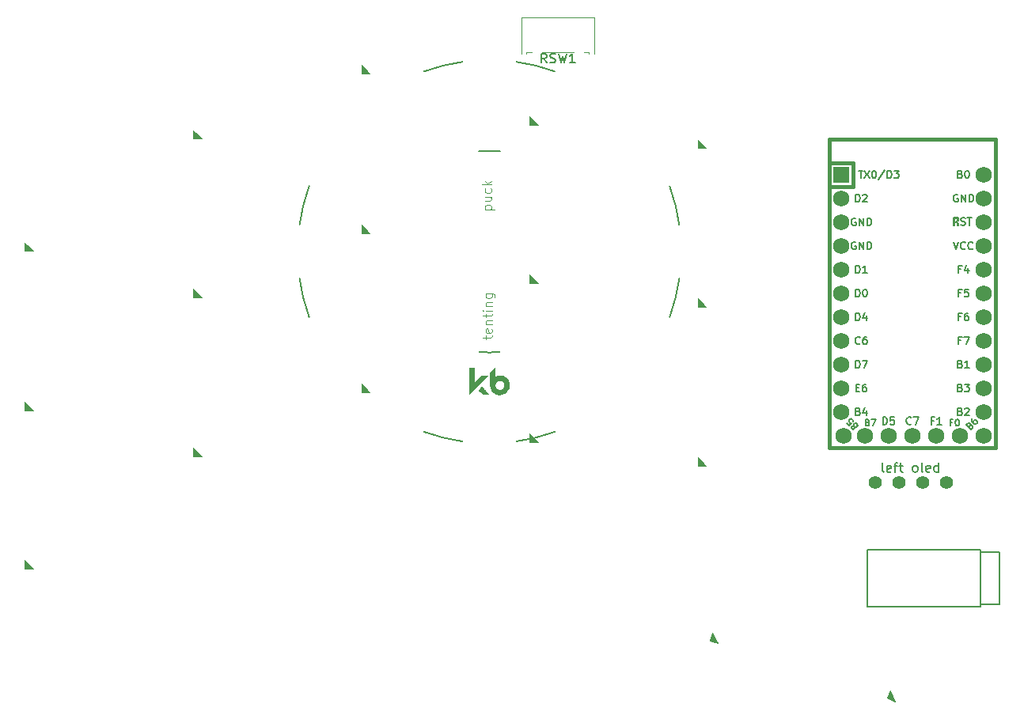
<source format=gbr>
%TF.GenerationSoftware,KiCad,Pcbnew,(6.0.0)*%
%TF.CreationDate,2022-05-06T00:59:20-07:00*%
%TF.ProjectId,half-swept,68616c66-2d73-4776-9570-742e6b696361,rev?*%
%TF.SameCoordinates,Original*%
%TF.FileFunction,Legend,Top*%
%TF.FilePolarity,Positive*%
%FSLAX46Y46*%
G04 Gerber Fmt 4.6, Leading zero omitted, Abs format (unit mm)*
G04 Created by KiCad (PCBNEW (6.0.0)) date 2022-05-06 00:59:20*
%MOMM*%
%LPD*%
G01*
G04 APERTURE LIST*
%ADD10C,0.150000*%
%ADD11C,0.100000*%
%ADD12C,0.120000*%
%ADD13C,0.010000*%
%ADD14C,0.200000*%
%ADD15C,0.381000*%
%ADD16C,1.752600*%
%ADD17R,1.752600X1.752600*%
%ADD18C,1.397000*%
G04 APERTURE END LIST*
D10*
%TO.C,RSW1*%
X73930369Y-17774270D02*
X73597035Y-17298080D01*
X73358940Y-17774270D02*
X73358940Y-16774270D01*
X73739893Y-16774270D01*
X73835131Y-16821890D01*
X73882750Y-16869509D01*
X73930369Y-16964747D01*
X73930369Y-17107604D01*
X73882750Y-17202842D01*
X73835131Y-17250461D01*
X73739893Y-17298080D01*
X73358940Y-17298080D01*
X74311321Y-17726651D02*
X74454178Y-17774270D01*
X74692274Y-17774270D01*
X74787512Y-17726651D01*
X74835131Y-17679032D01*
X74882750Y-17583794D01*
X74882750Y-17488556D01*
X74835131Y-17393318D01*
X74787512Y-17345699D01*
X74692274Y-17298080D01*
X74501797Y-17250461D01*
X74406559Y-17202842D01*
X74358940Y-17155223D01*
X74311321Y-17059985D01*
X74311321Y-16964747D01*
X74358940Y-16869509D01*
X74406559Y-16821890D01*
X74501797Y-16774270D01*
X74739893Y-16774270D01*
X74882750Y-16821890D01*
X75216083Y-16774270D02*
X75454178Y-17774270D01*
X75644655Y-17059985D01*
X75835131Y-17774270D01*
X76073226Y-16774270D01*
X76977988Y-17774270D02*
X76406559Y-17774270D01*
X76692274Y-17774270D02*
X76692274Y-16774270D01*
X76597035Y-16917128D01*
X76501797Y-17012366D01*
X76406559Y-17059985D01*
D11*
%TO.C,REF\u002A\u002A*%
X67351370Y-33446888D02*
X68351370Y-33446888D01*
X67398989Y-33446888D02*
X67351370Y-33351649D01*
X67351370Y-33161173D01*
X67398989Y-33065935D01*
X67446608Y-33018316D01*
X67541846Y-32970697D01*
X67827560Y-32970697D01*
X67922798Y-33018316D01*
X67970417Y-33065935D01*
X68018036Y-33161173D01*
X68018036Y-33351649D01*
X67970417Y-33446888D01*
X67351370Y-32113554D02*
X68018036Y-32113554D01*
X67351370Y-32542126D02*
X67875179Y-32542126D01*
X67970417Y-32494507D01*
X68018036Y-32399268D01*
X68018036Y-32256411D01*
X67970417Y-32161173D01*
X67922798Y-32113554D01*
X67970417Y-31208792D02*
X68018036Y-31304030D01*
X68018036Y-31494507D01*
X67970417Y-31589745D01*
X67922798Y-31637364D01*
X67827560Y-31684983D01*
X67541846Y-31684983D01*
X67446608Y-31637364D01*
X67398989Y-31589745D01*
X67351370Y-31494507D01*
X67351370Y-31304030D01*
X67398989Y-31208792D01*
X68018036Y-30780221D02*
X67018036Y-30780221D01*
X67637084Y-30684983D02*
X68018036Y-30399268D01*
X67351370Y-30399268D02*
X67732322Y-30780221D01*
X67414870Y-47337388D02*
X67414870Y-46956435D01*
X67081536Y-47194530D02*
X67938679Y-47194530D01*
X68033917Y-47146911D01*
X68081536Y-47051673D01*
X68081536Y-46956435D01*
X68033917Y-46242149D02*
X68081536Y-46337388D01*
X68081536Y-46527864D01*
X68033917Y-46623102D01*
X67938679Y-46670721D01*
X67557727Y-46670721D01*
X67462489Y-46623102D01*
X67414870Y-46527864D01*
X67414870Y-46337388D01*
X67462489Y-46242149D01*
X67557727Y-46194530D01*
X67652965Y-46194530D01*
X67748203Y-46670721D01*
X67414870Y-45765959D02*
X68081536Y-45765959D01*
X67510108Y-45765959D02*
X67462489Y-45718340D01*
X67414870Y-45623102D01*
X67414870Y-45480245D01*
X67462489Y-45385007D01*
X67557727Y-45337388D01*
X68081536Y-45337388D01*
X67414870Y-45004054D02*
X67414870Y-44623102D01*
X67081536Y-44861197D02*
X67938679Y-44861197D01*
X68033917Y-44813578D01*
X68081536Y-44718340D01*
X68081536Y-44623102D01*
X68081536Y-44289768D02*
X67414870Y-44289768D01*
X67081536Y-44289768D02*
X67129156Y-44337388D01*
X67176775Y-44289768D01*
X67129156Y-44242149D01*
X67081536Y-44289768D01*
X67176775Y-44289768D01*
X67414870Y-43813578D02*
X68081536Y-43813578D01*
X67510108Y-43813578D02*
X67462489Y-43765959D01*
X67414870Y-43670721D01*
X67414870Y-43527864D01*
X67462489Y-43432626D01*
X67557727Y-43385007D01*
X68081536Y-43385007D01*
X67414870Y-42480245D02*
X68224394Y-42480245D01*
X68319632Y-42527864D01*
X68367251Y-42575483D01*
X68414870Y-42670721D01*
X68414870Y-42813578D01*
X68367251Y-42908816D01*
X68033917Y-42480245D02*
X68081536Y-42575483D01*
X68081536Y-42765959D01*
X68033917Y-42861197D01*
X67986298Y-42908816D01*
X67891060Y-42956435D01*
X67605346Y-42956435D01*
X67510108Y-42908816D01*
X67462489Y-42861197D01*
X67414870Y-42765959D01*
X67414870Y-42575483D01*
X67462489Y-42480245D01*
D10*
%TO.C,U2*%
X117921131Y-31886138D02*
X117844940Y-31848042D01*
X117730655Y-31848042D01*
X117616369Y-31886138D01*
X117540178Y-31962328D01*
X117502083Y-32038518D01*
X117463988Y-32190899D01*
X117463988Y-32305185D01*
X117502083Y-32457566D01*
X117540178Y-32533757D01*
X117616369Y-32609947D01*
X117730655Y-32648042D01*
X117806845Y-32648042D01*
X117921131Y-32609947D01*
X117959226Y-32571852D01*
X117959226Y-32305185D01*
X117806845Y-32305185D01*
X118302083Y-32648042D02*
X118302083Y-31848042D01*
X118759226Y-32648042D01*
X118759226Y-31848042D01*
X119140178Y-32648042D02*
X119140178Y-31848042D01*
X119330655Y-31848042D01*
X119444940Y-31886138D01*
X119521131Y-31962328D01*
X119559226Y-32038518D01*
X119597321Y-32190899D01*
X119597321Y-32305185D01*
X119559226Y-32457566D01*
X119521131Y-32533757D01*
X119444940Y-32609947D01*
X119330655Y-32648042D01*
X119140178Y-32648042D01*
X118263988Y-44928995D02*
X117997321Y-44928995D01*
X117997321Y-45348042D02*
X117997321Y-44548042D01*
X118378274Y-44548042D01*
X119025893Y-44548042D02*
X118873512Y-44548042D01*
X118797321Y-44586138D01*
X118759226Y-44624233D01*
X118683035Y-44738518D01*
X118644940Y-44890899D01*
X118644940Y-45195661D01*
X118683035Y-45271852D01*
X118721131Y-45309947D01*
X118797321Y-45348042D01*
X118949702Y-45348042D01*
X119025893Y-45309947D01*
X119063988Y-45271852D01*
X119102083Y-45195661D01*
X119102083Y-45005185D01*
X119063988Y-44928995D01*
X119025893Y-44890899D01*
X118949702Y-44852804D01*
X118797321Y-44852804D01*
X118721131Y-44890899D01*
X118683035Y-44928995D01*
X118644940Y-45005185D01*
X118206845Y-50008995D02*
X118321131Y-50047090D01*
X118359226Y-50085185D01*
X118397321Y-50161376D01*
X118397321Y-50275661D01*
X118359226Y-50351852D01*
X118321131Y-50389947D01*
X118244940Y-50428042D01*
X117940178Y-50428042D01*
X117940178Y-49628042D01*
X118206845Y-49628042D01*
X118283035Y-49666138D01*
X118321131Y-49704233D01*
X118359226Y-49780423D01*
X118359226Y-49856614D01*
X118321131Y-49932804D01*
X118283035Y-49970899D01*
X118206845Y-50008995D01*
X117940178Y-50008995D01*
X119159226Y-50428042D02*
X118702083Y-50428042D01*
X118930655Y-50428042D02*
X118930655Y-49628042D01*
X118854464Y-49742328D01*
X118778274Y-49818518D01*
X118702083Y-49856614D01*
X117463988Y-36928042D02*
X117730655Y-37728042D01*
X117997321Y-36928042D01*
X118721131Y-37651852D02*
X118683035Y-37689947D01*
X118568750Y-37728042D01*
X118492559Y-37728042D01*
X118378274Y-37689947D01*
X118302083Y-37613757D01*
X118263988Y-37537566D01*
X118225893Y-37385185D01*
X118225893Y-37270899D01*
X118263988Y-37118518D01*
X118302083Y-37042328D01*
X118378274Y-36966138D01*
X118492559Y-36928042D01*
X118568750Y-36928042D01*
X118683035Y-36966138D01*
X118721131Y-37004233D01*
X119521131Y-37651852D02*
X119483035Y-37689947D01*
X119368750Y-37728042D01*
X119292559Y-37728042D01*
X119178274Y-37689947D01*
X119102083Y-37613757D01*
X119063988Y-37537566D01*
X119025893Y-37385185D01*
X119025893Y-37270899D01*
X119063988Y-37118518D01*
X119102083Y-37042328D01*
X119178274Y-36966138D01*
X119292559Y-36928042D01*
X119368750Y-36928042D01*
X119483035Y-36966138D01*
X119521131Y-37004233D01*
X107284845Y-55088995D02*
X107399131Y-55127090D01*
X107437226Y-55165185D01*
X107475321Y-55241376D01*
X107475321Y-55355661D01*
X107437226Y-55431852D01*
X107399131Y-55469947D01*
X107322940Y-55508042D01*
X107018178Y-55508042D01*
X107018178Y-54708042D01*
X107284845Y-54708042D01*
X107361035Y-54746138D01*
X107399131Y-54784233D01*
X107437226Y-54860423D01*
X107437226Y-54936614D01*
X107399131Y-55012804D01*
X107361035Y-55050899D01*
X107284845Y-55088995D01*
X107018178Y-55088995D01*
X108161035Y-54974709D02*
X108161035Y-55508042D01*
X107970559Y-54669947D02*
X107780083Y-55241376D01*
X108275321Y-55241376D01*
X118263988Y-47468995D02*
X117997321Y-47468995D01*
X117997321Y-47888042D02*
X117997321Y-47088042D01*
X118378274Y-47088042D01*
X118606845Y-47088042D02*
X119140178Y-47088042D01*
X118797321Y-47888042D01*
X118206845Y-29688995D02*
X118321131Y-29727090D01*
X118359226Y-29765185D01*
X118397321Y-29841376D01*
X118397321Y-29955661D01*
X118359226Y-30031852D01*
X118321131Y-30069947D01*
X118244940Y-30108042D01*
X117940178Y-30108042D01*
X117940178Y-29308042D01*
X118206845Y-29308042D01*
X118283035Y-29346138D01*
X118321131Y-29384233D01*
X118359226Y-29460423D01*
X118359226Y-29536614D01*
X118321131Y-29612804D01*
X118283035Y-29650899D01*
X118206845Y-29688995D01*
X117940178Y-29688995D01*
X118892559Y-29308042D02*
X118968750Y-29308042D01*
X119044940Y-29346138D01*
X119083035Y-29384233D01*
X119121131Y-29460423D01*
X119159226Y-29612804D01*
X119159226Y-29803280D01*
X119121131Y-29955661D01*
X119083035Y-30031852D01*
X119044940Y-30069947D01*
X118968750Y-30108042D01*
X118892559Y-30108042D01*
X118816369Y-30069947D01*
X118778274Y-30031852D01*
X118740178Y-29955661D01*
X118702083Y-29803280D01*
X118702083Y-29612804D01*
X118740178Y-29460423D01*
X118778274Y-29384233D01*
X118816369Y-29346138D01*
X118892559Y-29308042D01*
X107018178Y-32648042D02*
X107018178Y-31848042D01*
X107208655Y-31848042D01*
X107322940Y-31886138D01*
X107399131Y-31962328D01*
X107437226Y-32038518D01*
X107475321Y-32190899D01*
X107475321Y-32305185D01*
X107437226Y-32457566D01*
X107399131Y-32533757D01*
X107322940Y-32609947D01*
X107208655Y-32648042D01*
X107018178Y-32648042D01*
X107780083Y-31924233D02*
X107818178Y-31886138D01*
X107894369Y-31848042D01*
X108084845Y-31848042D01*
X108161035Y-31886138D01*
X108199131Y-31924233D01*
X108237226Y-32000423D01*
X108237226Y-32076614D01*
X108199131Y-32190899D01*
X107741988Y-32648042D01*
X108237226Y-32648042D01*
X107018178Y-40268042D02*
X107018178Y-39468042D01*
X107208655Y-39468042D01*
X107322940Y-39506138D01*
X107399131Y-39582328D01*
X107437226Y-39658518D01*
X107475321Y-39810899D01*
X107475321Y-39925185D01*
X107437226Y-40077566D01*
X107399131Y-40153757D01*
X107322940Y-40229947D01*
X107208655Y-40268042D01*
X107018178Y-40268042D01*
X108237226Y-40268042D02*
X107780083Y-40268042D01*
X108008655Y-40268042D02*
X108008655Y-39468042D01*
X107932464Y-39582328D01*
X107856274Y-39658518D01*
X107780083Y-39696614D01*
X107307306Y-29308042D02*
X107764449Y-29308042D01*
X107535878Y-30108042D02*
X107535878Y-29308042D01*
X107954925Y-29308042D02*
X108488259Y-30108042D01*
X108488259Y-29308042D02*
X107954925Y-30108042D01*
X108945402Y-29308042D02*
X109021592Y-29308042D01*
X109097783Y-29346138D01*
X109135878Y-29384233D01*
X109173973Y-29460423D01*
X109212068Y-29612804D01*
X109212068Y-29803280D01*
X109173973Y-29955661D01*
X109135878Y-30031852D01*
X109097783Y-30069947D01*
X109021592Y-30108042D01*
X108945402Y-30108042D01*
X108869211Y-30069947D01*
X108831116Y-30031852D01*
X108793021Y-29955661D01*
X108754925Y-29803280D01*
X108754925Y-29612804D01*
X108793021Y-29460423D01*
X108831116Y-29384233D01*
X108869211Y-29346138D01*
X108945402Y-29308042D01*
X110126354Y-29269947D02*
X109440640Y-30298518D01*
X110393021Y-30108042D02*
X110393021Y-29308042D01*
X110583497Y-29308042D01*
X110697783Y-29346138D01*
X110773973Y-29422328D01*
X110812068Y-29498518D01*
X110850163Y-29650899D01*
X110850163Y-29765185D01*
X110812068Y-29917566D01*
X110773973Y-29993757D01*
X110697783Y-30069947D01*
X110583497Y-30108042D01*
X110393021Y-30108042D01*
X111116830Y-29308042D02*
X111612068Y-29308042D01*
X111345402Y-29612804D01*
X111459687Y-29612804D01*
X111535878Y-29650899D01*
X111573973Y-29688995D01*
X111612068Y-29765185D01*
X111612068Y-29955661D01*
X111573973Y-30031852D01*
X111535878Y-30069947D01*
X111459687Y-30108042D01*
X111231116Y-30108042D01*
X111154925Y-30069947D01*
X111116830Y-30031852D01*
X118263988Y-42388995D02*
X117997321Y-42388995D01*
X117997321Y-42808042D02*
X117997321Y-42008042D01*
X118378274Y-42008042D01*
X119063988Y-42008042D02*
X118683035Y-42008042D01*
X118644940Y-42388995D01*
X118683035Y-42350899D01*
X118759226Y-42312804D01*
X118949702Y-42312804D01*
X119025893Y-42350899D01*
X119063988Y-42388995D01*
X119102083Y-42465185D01*
X119102083Y-42655661D01*
X119063988Y-42731852D01*
X119025893Y-42769947D01*
X118949702Y-42808042D01*
X118759226Y-42808042D01*
X118683035Y-42769947D01*
X118644940Y-42731852D01*
X119233952Y-56581129D02*
X119328233Y-56533989D01*
X119375374Y-56533989D01*
X119446084Y-56557559D01*
X119516795Y-56628270D01*
X119540365Y-56698980D01*
X119540365Y-56746121D01*
X119516795Y-56816831D01*
X119328233Y-57005393D01*
X118833258Y-56510418D01*
X118998250Y-56345427D01*
X119068961Y-56321857D01*
X119116101Y-56321857D01*
X119186812Y-56345427D01*
X119233952Y-56392567D01*
X119257522Y-56463278D01*
X119257522Y-56510418D01*
X119233952Y-56581129D01*
X119068961Y-56746121D01*
X119540365Y-55803312D02*
X119446084Y-55897593D01*
X119422514Y-55968303D01*
X119422514Y-56015444D01*
X119446084Y-56133295D01*
X119516795Y-56251146D01*
X119705357Y-56439708D01*
X119776067Y-56463278D01*
X119823208Y-56463278D01*
X119893919Y-56439708D01*
X119988199Y-56345427D01*
X120011770Y-56274716D01*
X120011770Y-56227576D01*
X119988199Y-56156865D01*
X119870348Y-56039014D01*
X119799638Y-56015444D01*
X119752497Y-56015444D01*
X119681787Y-56039014D01*
X119587506Y-56133295D01*
X119563935Y-56204005D01*
X119563935Y-56251146D01*
X119587506Y-56321857D01*
X112936321Y-56401852D02*
X112898226Y-56439947D01*
X112783940Y-56478042D01*
X112707750Y-56478042D01*
X112593464Y-56439947D01*
X112517274Y-56363757D01*
X112479178Y-56287566D01*
X112441083Y-56135185D01*
X112441083Y-56020899D01*
X112479178Y-55868518D01*
X112517274Y-55792328D01*
X112593464Y-55716138D01*
X112707750Y-55678042D01*
X112783940Y-55678042D01*
X112898226Y-55716138D01*
X112936321Y-55754233D01*
X113202988Y-55678042D02*
X113736321Y-55678042D01*
X113393464Y-56478042D01*
X118269441Y-35119947D02*
X118383727Y-35158042D01*
X118574203Y-35158042D01*
X118650394Y-35119947D01*
X118688489Y-35081852D01*
X118726584Y-35005661D01*
X118726584Y-34929471D01*
X118688489Y-34853280D01*
X118650394Y-34815185D01*
X118574203Y-34777090D01*
X118421822Y-34738995D01*
X118345632Y-34700899D01*
X118307536Y-34662804D01*
X118269441Y-34586614D01*
X118269441Y-34510423D01*
X118307536Y-34434233D01*
X118345632Y-34396138D01*
X118421822Y-34358042D01*
X118612298Y-34358042D01*
X118726584Y-34396138D01*
X118955155Y-34358042D02*
X119412298Y-34358042D01*
X119183727Y-35158042D02*
X119183727Y-34358042D01*
X106999131Y-36966138D02*
X106922940Y-36928042D01*
X106808655Y-36928042D01*
X106694369Y-36966138D01*
X106618178Y-37042328D01*
X106580083Y-37118518D01*
X106541988Y-37270899D01*
X106541988Y-37385185D01*
X106580083Y-37537566D01*
X106618178Y-37613757D01*
X106694369Y-37689947D01*
X106808655Y-37728042D01*
X106884845Y-37728042D01*
X106999131Y-37689947D01*
X107037226Y-37651852D01*
X107037226Y-37385185D01*
X106884845Y-37385185D01*
X107380083Y-37728042D02*
X107380083Y-36928042D01*
X107837226Y-37728042D01*
X107837226Y-36928042D01*
X108218178Y-37728042D02*
X108218178Y-36928042D01*
X108408655Y-36928042D01*
X108522940Y-36966138D01*
X108599131Y-37042328D01*
X108637226Y-37118518D01*
X108675321Y-37270899D01*
X108675321Y-37385185D01*
X108637226Y-37537566D01*
X108599131Y-37613757D01*
X108522940Y-37689947D01*
X108408655Y-37728042D01*
X108218178Y-37728042D01*
X106834646Y-56651840D02*
X106787506Y-56557559D01*
X106787506Y-56510418D01*
X106811076Y-56439708D01*
X106881787Y-56368997D01*
X106952497Y-56345427D01*
X106999638Y-56345427D01*
X107070348Y-56368997D01*
X107258910Y-56557559D01*
X106763935Y-57052534D01*
X106598944Y-56887542D01*
X106575374Y-56816831D01*
X106575374Y-56769691D01*
X106598944Y-56698980D01*
X106646084Y-56651840D01*
X106716795Y-56628270D01*
X106763935Y-56628270D01*
X106834646Y-56651840D01*
X106999638Y-56816831D01*
X106033258Y-56321857D02*
X106268961Y-56557559D01*
X106528233Y-56345427D01*
X106481093Y-56345427D01*
X106410382Y-56321857D01*
X106292531Y-56204005D01*
X106268961Y-56133295D01*
X106268961Y-56086154D01*
X106292531Y-56015444D01*
X106410382Y-55897593D01*
X106481093Y-55874022D01*
X106528233Y-55874022D01*
X106598944Y-55897593D01*
X106716795Y-56015444D01*
X106740365Y-56086154D01*
X106740365Y-56133295D01*
X109939178Y-56478042D02*
X109939178Y-55678042D01*
X110129655Y-55678042D01*
X110243940Y-55716138D01*
X110320131Y-55792328D01*
X110358226Y-55868518D01*
X110396321Y-56020899D01*
X110396321Y-56135185D01*
X110358226Y-56287566D01*
X110320131Y-56363757D01*
X110243940Y-56439947D01*
X110129655Y-56478042D01*
X109939178Y-56478042D01*
X111120131Y-55678042D02*
X110739178Y-55678042D01*
X110701083Y-56058995D01*
X110739178Y-56020899D01*
X110815369Y-55982804D01*
X111005845Y-55982804D01*
X111082035Y-56020899D01*
X111120131Y-56058995D01*
X111158226Y-56135185D01*
X111158226Y-56325661D01*
X111120131Y-56401852D01*
X111082035Y-56439947D01*
X111005845Y-56478042D01*
X110815369Y-56478042D01*
X110739178Y-56439947D01*
X110701083Y-56401852D01*
X107018178Y-42808042D02*
X107018178Y-42008042D01*
X107208655Y-42008042D01*
X107322940Y-42046138D01*
X107399131Y-42122328D01*
X107437226Y-42198518D01*
X107475321Y-42350899D01*
X107475321Y-42465185D01*
X107437226Y-42617566D01*
X107399131Y-42693757D01*
X107322940Y-42769947D01*
X107208655Y-42808042D01*
X107018178Y-42808042D01*
X107970559Y-42008042D02*
X108046750Y-42008042D01*
X108122940Y-42046138D01*
X108161035Y-42084233D01*
X108199131Y-42160423D01*
X108237226Y-42312804D01*
X108237226Y-42503280D01*
X108199131Y-42655661D01*
X108161035Y-42731852D01*
X108122940Y-42769947D01*
X108046750Y-42808042D01*
X107970559Y-42808042D01*
X107894369Y-42769947D01*
X107856274Y-42731852D01*
X107818178Y-42655661D01*
X107780083Y-42503280D01*
X107780083Y-42312804D01*
X107818178Y-42160423D01*
X107856274Y-42084233D01*
X107894369Y-42046138D01*
X107970559Y-42008042D01*
X118206845Y-52548995D02*
X118321131Y-52587090D01*
X118359226Y-52625185D01*
X118397321Y-52701376D01*
X118397321Y-52815661D01*
X118359226Y-52891852D01*
X118321131Y-52929947D01*
X118244940Y-52968042D01*
X117940178Y-52968042D01*
X117940178Y-52168042D01*
X118206845Y-52168042D01*
X118283035Y-52206138D01*
X118321131Y-52244233D01*
X118359226Y-52320423D01*
X118359226Y-52396614D01*
X118321131Y-52472804D01*
X118283035Y-52510899D01*
X118206845Y-52548995D01*
X117940178Y-52548995D01*
X118663988Y-52168042D02*
X119159226Y-52168042D01*
X118892559Y-52472804D01*
X119006845Y-52472804D01*
X119083035Y-52510899D01*
X119121131Y-52548995D01*
X119159226Y-52625185D01*
X119159226Y-52815661D01*
X119121131Y-52891852D01*
X119083035Y-52929947D01*
X119006845Y-52968042D01*
X118778274Y-52968042D01*
X118702083Y-52929947D01*
X118663988Y-52891852D01*
X115342988Y-56058995D02*
X115076321Y-56058995D01*
X115076321Y-56478042D02*
X115076321Y-55678042D01*
X115457274Y-55678042D01*
X116181083Y-56478042D02*
X115723940Y-56478042D01*
X115952512Y-56478042D02*
X115952512Y-55678042D01*
X115876321Y-55792328D01*
X115800131Y-55868518D01*
X115723940Y-55906614D01*
X118206845Y-55088995D02*
X118321131Y-55127090D01*
X118359226Y-55165185D01*
X118397321Y-55241376D01*
X118397321Y-55355661D01*
X118359226Y-55431852D01*
X118321131Y-55469947D01*
X118244940Y-55508042D01*
X117940178Y-55508042D01*
X117940178Y-54708042D01*
X118206845Y-54708042D01*
X118283035Y-54746138D01*
X118321131Y-54784233D01*
X118359226Y-54860423D01*
X118359226Y-54936614D01*
X118321131Y-55012804D01*
X118283035Y-55050899D01*
X118206845Y-55088995D01*
X117940178Y-55088995D01*
X118702083Y-54784233D02*
X118740178Y-54746138D01*
X118816369Y-54708042D01*
X119006845Y-54708042D01*
X119083035Y-54746138D01*
X119121131Y-54784233D01*
X119159226Y-54860423D01*
X119159226Y-54936614D01*
X119121131Y-55050899D01*
X118663988Y-55508042D01*
X119159226Y-55508042D01*
X108286321Y-56266138D02*
X108386321Y-56299471D01*
X108419655Y-56332804D01*
X108452988Y-56399471D01*
X108452988Y-56499471D01*
X108419655Y-56566138D01*
X108386321Y-56599471D01*
X108319655Y-56632804D01*
X108052988Y-56632804D01*
X108052988Y-55932804D01*
X108286321Y-55932804D01*
X108352988Y-55966138D01*
X108386321Y-55999471D01*
X108419655Y-56066138D01*
X108419655Y-56132804D01*
X108386321Y-56199471D01*
X108352988Y-56232804D01*
X108286321Y-56266138D01*
X108052988Y-56266138D01*
X108686321Y-55932804D02*
X109152988Y-55932804D01*
X108852988Y-56632804D01*
X106999131Y-34426138D02*
X106922940Y-34388042D01*
X106808655Y-34388042D01*
X106694369Y-34426138D01*
X106618178Y-34502328D01*
X106580083Y-34578518D01*
X106541988Y-34730899D01*
X106541988Y-34845185D01*
X106580083Y-34997566D01*
X106618178Y-35073757D01*
X106694369Y-35149947D01*
X106808655Y-35188042D01*
X106884845Y-35188042D01*
X106999131Y-35149947D01*
X107037226Y-35111852D01*
X107037226Y-34845185D01*
X106884845Y-34845185D01*
X107380083Y-35188042D02*
X107380083Y-34388042D01*
X107837226Y-35188042D01*
X107837226Y-34388042D01*
X108218178Y-35188042D02*
X108218178Y-34388042D01*
X108408655Y-34388042D01*
X108522940Y-34426138D01*
X108599131Y-34502328D01*
X108637226Y-34578518D01*
X108675321Y-34730899D01*
X108675321Y-34845185D01*
X108637226Y-34997566D01*
X108599131Y-35073757D01*
X108522940Y-35149947D01*
X108408655Y-35188042D01*
X108218178Y-35188042D01*
X118263988Y-39848995D02*
X117997321Y-39848995D01*
X117997321Y-40268042D02*
X117997321Y-39468042D01*
X118378274Y-39468042D01*
X119025893Y-39734709D02*
X119025893Y-40268042D01*
X118835416Y-39429947D02*
X118644940Y-40001376D01*
X119140178Y-40001376D01*
X107475321Y-47811852D02*
X107437226Y-47849947D01*
X107322940Y-47888042D01*
X107246750Y-47888042D01*
X107132464Y-47849947D01*
X107056274Y-47773757D01*
X107018178Y-47697566D01*
X106980083Y-47545185D01*
X106980083Y-47430899D01*
X107018178Y-47278518D01*
X107056274Y-47202328D01*
X107132464Y-47126138D01*
X107246750Y-47088042D01*
X107322940Y-47088042D01*
X107437226Y-47126138D01*
X107475321Y-47164233D01*
X108161035Y-47088042D02*
X108008655Y-47088042D01*
X107932464Y-47126138D01*
X107894369Y-47164233D01*
X107818178Y-47278518D01*
X107780083Y-47430899D01*
X107780083Y-47735661D01*
X107818178Y-47811852D01*
X107856274Y-47849947D01*
X107932464Y-47888042D01*
X108084845Y-47888042D01*
X108161035Y-47849947D01*
X108199131Y-47811852D01*
X108237226Y-47735661D01*
X108237226Y-47545185D01*
X108199131Y-47468995D01*
X108161035Y-47430899D01*
X108084845Y-47392804D01*
X107932464Y-47392804D01*
X107856274Y-47430899D01*
X107818178Y-47468995D01*
X107780083Y-47545185D01*
X107018178Y-50428042D02*
X107018178Y-49628042D01*
X107208655Y-49628042D01*
X107322940Y-49666138D01*
X107399131Y-49742328D01*
X107437226Y-49818518D01*
X107475321Y-49970899D01*
X107475321Y-50085185D01*
X107437226Y-50237566D01*
X107399131Y-50313757D01*
X107322940Y-50389947D01*
X107208655Y-50428042D01*
X107018178Y-50428042D01*
X107741988Y-49628042D02*
X108275321Y-49628042D01*
X107932464Y-50428042D01*
X107018178Y-45348042D02*
X107018178Y-44548042D01*
X107208655Y-44548042D01*
X107322940Y-44586138D01*
X107399131Y-44662328D01*
X107437226Y-44738518D01*
X107475321Y-44890899D01*
X107475321Y-45005185D01*
X107437226Y-45157566D01*
X107399131Y-45233757D01*
X107322940Y-45309947D01*
X107208655Y-45348042D01*
X107018178Y-45348042D01*
X108161035Y-44814709D02*
X108161035Y-45348042D01*
X107970559Y-44509947D02*
X107780083Y-45081376D01*
X108275321Y-45081376D01*
X117336321Y-56266138D02*
X117102988Y-56266138D01*
X117102988Y-56632804D02*
X117102988Y-55932804D01*
X117436321Y-55932804D01*
X117836321Y-55932804D02*
X117902988Y-55932804D01*
X117969655Y-55966138D01*
X118002988Y-55999471D01*
X118036321Y-56066138D01*
X118069655Y-56199471D01*
X118069655Y-56366138D01*
X118036321Y-56499471D01*
X118002988Y-56566138D01*
X117969655Y-56599471D01*
X117902988Y-56632804D01*
X117836321Y-56632804D01*
X117769655Y-56599471D01*
X117736321Y-56566138D01*
X117702988Y-56499471D01*
X117669655Y-56366138D01*
X117669655Y-56199471D01*
X117702988Y-56066138D01*
X117736321Y-55999471D01*
X117769655Y-55966138D01*
X117836321Y-55932804D01*
X107056274Y-52548995D02*
X107322940Y-52548995D01*
X107437226Y-52968042D02*
X107056274Y-52968042D01*
X107056274Y-52168042D01*
X107437226Y-52168042D01*
X108122940Y-52168042D02*
X107970559Y-52168042D01*
X107894369Y-52206138D01*
X107856274Y-52244233D01*
X107780083Y-52358518D01*
X107741988Y-52510899D01*
X107741988Y-52815661D01*
X107780083Y-52891852D01*
X107818178Y-52929947D01*
X107894369Y-52968042D01*
X108046750Y-52968042D01*
X108122940Y-52929947D01*
X108161035Y-52891852D01*
X108199131Y-52815661D01*
X108199131Y-52625185D01*
X108161035Y-52548995D01*
X108122940Y-52510899D01*
X108046750Y-52472804D01*
X107894369Y-52472804D01*
X107818178Y-52510899D01*
X107780083Y-52548995D01*
X107741988Y-52625185D01*
%TO.C,OL1*%
X110012514Y-61561768D02*
X109917276Y-61514149D01*
X109869657Y-61418911D01*
X109869657Y-60561768D01*
X110774418Y-61514149D02*
X110679180Y-61561768D01*
X110488704Y-61561768D01*
X110393466Y-61514149D01*
X110345847Y-61418911D01*
X110345847Y-61037959D01*
X110393466Y-60942721D01*
X110488704Y-60895102D01*
X110679180Y-60895102D01*
X110774418Y-60942721D01*
X110822037Y-61037959D01*
X110822037Y-61133197D01*
X110345847Y-61228435D01*
X111107752Y-60895102D02*
X111488704Y-60895102D01*
X111250609Y-61561768D02*
X111250609Y-60704626D01*
X111298228Y-60609388D01*
X111393466Y-60561768D01*
X111488704Y-60561768D01*
X111679180Y-60895102D02*
X112060133Y-60895102D01*
X111822037Y-60561768D02*
X111822037Y-61418911D01*
X111869657Y-61514149D01*
X111964895Y-61561768D01*
X112060133Y-61561768D01*
X113298228Y-61561768D02*
X113202990Y-61514149D01*
X113155371Y-61466530D01*
X113107752Y-61371292D01*
X113107752Y-61085578D01*
X113155371Y-60990340D01*
X113202990Y-60942721D01*
X113298228Y-60895102D01*
X113441085Y-60895102D01*
X113536323Y-60942721D01*
X113583942Y-60990340D01*
X113631561Y-61085578D01*
X113631561Y-61371292D01*
X113583942Y-61466530D01*
X113536323Y-61514149D01*
X113441085Y-61561768D01*
X113298228Y-61561768D01*
X114202990Y-61561768D02*
X114107752Y-61514149D01*
X114060133Y-61418911D01*
X114060133Y-60561768D01*
X114964895Y-61514149D02*
X114869657Y-61561768D01*
X114679180Y-61561768D01*
X114583942Y-61514149D01*
X114536323Y-61418911D01*
X114536323Y-61037959D01*
X114583942Y-60942721D01*
X114679180Y-60895102D01*
X114869657Y-60895102D01*
X114964895Y-60942721D01*
X115012514Y-61037959D01*
X115012514Y-61133197D01*
X114536323Y-61228435D01*
X115869657Y-61561768D02*
X115869657Y-60561768D01*
X115869657Y-61514149D02*
X115774418Y-61561768D01*
X115583942Y-61561768D01*
X115488704Y-61514149D01*
X115441085Y-61466530D01*
X115393466Y-61371292D01*
X115393466Y-61085578D01*
X115441085Y-60990340D01*
X115488704Y-60942721D01*
X115583942Y-60895102D01*
X115774418Y-60895102D01*
X115869657Y-60942721D01*
%TO.C,J2*%
X120387658Y-69899388D02*
X108287658Y-69899388D01*
X122387658Y-75749388D02*
X122387658Y-70149388D01*
X120387658Y-70149388D02*
X122387658Y-70149388D01*
X108287658Y-75999388D02*
X108287658Y-69899388D01*
X120387658Y-75999388D02*
X120387658Y-69899388D01*
X120387658Y-75749388D02*
X122387658Y-75749388D01*
X120387658Y-75999388D02*
X108287658Y-75999388D01*
D12*
%TO.C,RSW1*%
X71804655Y-16611890D02*
X72344655Y-16611890D01*
X71804655Y-16611890D02*
X71804655Y-16841890D01*
X78484655Y-16611890D02*
X78484655Y-16841890D01*
X73444655Y-16611890D02*
X76844655Y-16611890D01*
X77944655Y-16611890D02*
X78484655Y-16611890D01*
X71284655Y-12941890D02*
X71284655Y-16841890D01*
X71284655Y-12941890D02*
X79004655Y-12941890D01*
X79004655Y-12941890D02*
X79004655Y-16841890D01*
D13*
%TO.C,REF\u002A\u002A*%
X66192901Y-52061255D02*
X66995847Y-51258555D01*
X66995847Y-51258555D02*
X67284215Y-51261649D01*
X67284215Y-51261649D02*
X67572583Y-51264742D01*
X67572583Y-51264742D02*
X66725359Y-52124879D01*
X66725359Y-52124879D02*
X66607434Y-52244602D01*
X66607434Y-52244602D02*
X66492635Y-52361151D01*
X66492635Y-52361151D02*
X66382181Y-52473291D01*
X66382181Y-52473291D02*
X66277289Y-52579784D01*
X66277289Y-52579784D02*
X66179177Y-52679395D01*
X66179177Y-52679395D02*
X66089062Y-52770888D01*
X66089062Y-52770888D02*
X66008163Y-52853025D01*
X66008163Y-52853025D02*
X65937696Y-52924570D01*
X65937696Y-52924570D02*
X65878880Y-52984288D01*
X65878880Y-52984288D02*
X65832933Y-53030942D01*
X65832933Y-53030942D02*
X65801072Y-53063295D01*
X65801072Y-53063295D02*
X65787291Y-53077291D01*
X65787291Y-53077291D02*
X65696447Y-53169567D01*
X65696447Y-53169567D02*
X65696447Y-50427697D01*
X65696447Y-50427697D02*
X66192901Y-50427697D01*
X66192901Y-50427697D02*
X66192901Y-52061255D01*
X66192901Y-52061255D02*
X66192901Y-52061255D01*
G36*
X66192901Y-52061255D02*
G01*
X66995847Y-51258555D01*
X67284215Y-51261649D01*
X67572583Y-51264742D01*
X66725359Y-52124879D01*
X66607434Y-52244602D01*
X66492635Y-52361151D01*
X66382181Y-52473291D01*
X66277289Y-52579784D01*
X66179177Y-52679395D01*
X66089062Y-52770888D01*
X66008163Y-52853025D01*
X65937696Y-52924570D01*
X65878880Y-52984288D01*
X65832933Y-53030942D01*
X65801072Y-53063295D01*
X65787291Y-53077291D01*
X65696447Y-53169567D01*
X65696447Y-50427697D01*
X66192901Y-50427697D01*
X66192901Y-52061255D01*
G37*
X66192901Y-52061255D02*
X66995847Y-51258555D01*
X67284215Y-51261649D01*
X67572583Y-51264742D01*
X66725359Y-52124879D01*
X66607434Y-52244602D01*
X66492635Y-52361151D01*
X66382181Y-52473291D01*
X66277289Y-52579784D01*
X66179177Y-52679395D01*
X66089062Y-52770888D01*
X66008163Y-52853025D01*
X65937696Y-52924570D01*
X65878880Y-52984288D01*
X65832933Y-53030942D01*
X65801072Y-53063295D01*
X65787291Y-53077291D01*
X65696447Y-53169567D01*
X65696447Y-50427697D01*
X66192901Y-50427697D01*
X66192901Y-52061255D01*
X68397935Y-50927038D02*
X68398127Y-51031278D01*
X68398127Y-51031278D02*
X68398616Y-51128023D01*
X68398616Y-51128023D02*
X68399366Y-51214909D01*
X68399366Y-51214909D02*
X68400342Y-51289571D01*
X68400342Y-51289571D02*
X68401511Y-51349646D01*
X68401511Y-51349646D02*
X68402838Y-51392769D01*
X68402838Y-51392769D02*
X68404287Y-51416576D01*
X68404287Y-51416576D02*
X68405195Y-51420606D01*
X68405195Y-51420606D02*
X68417626Y-51414292D01*
X68417626Y-51414292D02*
X68442472Y-51397949D01*
X68442472Y-51397949D02*
X68466606Y-51380747D01*
X68466606Y-51380747D02*
X68581303Y-51310025D01*
X68581303Y-51310025D02*
X68703519Y-51260921D01*
X68703519Y-51260921D02*
X68833902Y-51233245D01*
X68833902Y-51233245D02*
X68973103Y-51226807D01*
X68973103Y-51226807D02*
X68990915Y-51227475D01*
X68990915Y-51227475D02*
X69080550Y-51234027D01*
X69080550Y-51234027D02*
X69157033Y-51245964D01*
X69157033Y-51245964D02*
X69228685Y-51265456D01*
X69228685Y-51265456D02*
X69303823Y-51294673D01*
X69303823Y-51294673D02*
X69373674Y-51327312D01*
X69373674Y-51327312D02*
X69501607Y-51402605D01*
X69501607Y-51402605D02*
X69614527Y-51494585D01*
X69614527Y-51494585D02*
X69711421Y-51601574D01*
X69711421Y-51601574D02*
X69791279Y-51721899D01*
X69791279Y-51721899D02*
X69853089Y-51853884D01*
X69853089Y-51853884D02*
X69895841Y-51995853D01*
X69895841Y-51995853D02*
X69918522Y-52146132D01*
X69918522Y-52146132D02*
X69922083Y-52235802D01*
X69922083Y-52235802D02*
X69911792Y-52388280D01*
X69911792Y-52388280D02*
X69880436Y-52532844D01*
X69880436Y-52532844D02*
X69827291Y-52672080D01*
X69827291Y-52672080D02*
X69770036Y-52778999D01*
X69770036Y-52778999D02*
X69684324Y-52899292D01*
X69684324Y-52899292D02*
X69582711Y-53004141D01*
X69582711Y-53004141D02*
X69467378Y-53092463D01*
X69467378Y-53092463D02*
X69340503Y-53163177D01*
X69340503Y-53163177D02*
X69204267Y-53215200D01*
X69204267Y-53215200D02*
X69060848Y-53247453D01*
X69060848Y-53247453D02*
X68912427Y-53258852D01*
X68912427Y-53258852D02*
X68812181Y-53254369D01*
X68812181Y-53254369D02*
X68667573Y-53229488D01*
X68667573Y-53229488D02*
X68527005Y-53183213D01*
X68527005Y-53183213D02*
X68393832Y-53117234D01*
X68393832Y-53117234D02*
X68271412Y-53033237D01*
X68271412Y-53033237D02*
X68163100Y-52932911D01*
X68163100Y-52932911D02*
X68154706Y-52923745D01*
X68154706Y-52923745D02*
X68073575Y-52819625D01*
X68073575Y-52819625D02*
X68003883Y-52701443D01*
X68003883Y-52701443D02*
X67948717Y-52575580D01*
X67948717Y-52575580D02*
X67911164Y-52448420D01*
X67911164Y-52448420D02*
X67902295Y-52401970D01*
X67902295Y-52401970D02*
X67899682Y-52373575D01*
X67899682Y-52373575D02*
X67897337Y-52323503D01*
X67897337Y-52323503D02*
X67895868Y-52273169D01*
X67895868Y-52273169D02*
X68392206Y-52273169D01*
X68392206Y-52273169D02*
X68402778Y-52370718D01*
X68402778Y-52370718D02*
X68433210Y-52464737D01*
X68433210Y-52464737D02*
X68461864Y-52518882D01*
X68461864Y-52518882D02*
X68528798Y-52607165D01*
X68528798Y-52607165D02*
X68608279Y-52678042D01*
X68608279Y-52678042D02*
X68697711Y-52730535D01*
X68697711Y-52730535D02*
X68794497Y-52763667D01*
X68794497Y-52763667D02*
X68896038Y-52776461D01*
X68896038Y-52776461D02*
X68999739Y-52767940D01*
X68999739Y-52767940D02*
X69072566Y-52748652D01*
X69072566Y-52748652D02*
X69115563Y-52732566D01*
X69115563Y-52732566D02*
X69156468Y-52715206D01*
X69156468Y-52715206D02*
X69172635Y-52707430D01*
X69172635Y-52707430D02*
X69217921Y-52676426D01*
X69217921Y-52676426D02*
X69267244Y-52630232D01*
X69267244Y-52630232D02*
X69315301Y-52574776D01*
X69315301Y-52574776D02*
X69356786Y-52515982D01*
X69356786Y-52515982D02*
X69378274Y-52477655D01*
X69378274Y-52477655D02*
X69398455Y-52433409D01*
X69398455Y-52433409D02*
X69411100Y-52394801D01*
X69411100Y-52394801D02*
X69418457Y-52352509D01*
X69418457Y-52352509D02*
X69422775Y-52297206D01*
X69422775Y-52297206D02*
X69423057Y-52291916D01*
X69423057Y-52291916D02*
X69419689Y-52184671D01*
X69419689Y-52184671D02*
X69396833Y-52086779D01*
X69396833Y-52086779D02*
X69353181Y-51993356D01*
X69353181Y-51993356D02*
X69335411Y-51964827D01*
X69335411Y-51964827D02*
X69270869Y-51886923D01*
X69270869Y-51886923D02*
X69192052Y-51824753D01*
X69192052Y-51824753D02*
X69102416Y-51779257D01*
X69102416Y-51779257D02*
X69005417Y-51751379D01*
X69005417Y-51751379D02*
X68904513Y-51742059D01*
X68904513Y-51742059D02*
X68803161Y-51752241D01*
X68803161Y-51752241D02*
X68704815Y-51782866D01*
X68704815Y-51782866D02*
X68690812Y-51789152D01*
X68690812Y-51789152D02*
X68602860Y-51842101D01*
X68602860Y-51842101D02*
X68528870Y-51910315D01*
X68528870Y-51910315D02*
X68469827Y-51990661D01*
X68469827Y-51990661D02*
X68426714Y-52080008D01*
X68426714Y-52080008D02*
X68400512Y-52175221D01*
X68400512Y-52175221D02*
X68392206Y-52273169D01*
X68392206Y-52273169D02*
X67895868Y-52273169D01*
X67895868Y-52273169D02*
X67895284Y-52253166D01*
X67895284Y-52253166D02*
X67893545Y-52163977D01*
X67893545Y-52163977D02*
X67892142Y-52057348D01*
X67892142Y-52057348D02*
X67891098Y-51934692D01*
X67891098Y-51934692D02*
X67890434Y-51797420D01*
X67890434Y-51797420D02*
X67890173Y-51646946D01*
X67890173Y-51646946D02*
X67890170Y-51635210D01*
X67890170Y-51635210D02*
X67890083Y-50943496D01*
X67890083Y-50943496D02*
X68397787Y-50433470D01*
X68397787Y-50433470D02*
X68397935Y-50927038D01*
X68397935Y-50927038D02*
X68397935Y-50927038D01*
G36*
X67893545Y-52163977D02*
G01*
X67892142Y-52057348D01*
X67891098Y-51934692D01*
X67890434Y-51797420D01*
X67890173Y-51646946D01*
X67890170Y-51635210D01*
X67890083Y-50943496D01*
X68397787Y-50433470D01*
X68397935Y-50927038D01*
X68398127Y-51031278D01*
X68398616Y-51128023D01*
X68399366Y-51214909D01*
X68400342Y-51289571D01*
X68401511Y-51349646D01*
X68402838Y-51392769D01*
X68404287Y-51416576D01*
X68405195Y-51420606D01*
X68417626Y-51414292D01*
X68442472Y-51397949D01*
X68466606Y-51380747D01*
X68581303Y-51310025D01*
X68703519Y-51260921D01*
X68833902Y-51233245D01*
X68973103Y-51226807D01*
X68990915Y-51227475D01*
X69080550Y-51234027D01*
X69157033Y-51245964D01*
X69228685Y-51265456D01*
X69303823Y-51294673D01*
X69373674Y-51327312D01*
X69501607Y-51402605D01*
X69614527Y-51494585D01*
X69711421Y-51601574D01*
X69791279Y-51721899D01*
X69853089Y-51853884D01*
X69895841Y-51995853D01*
X69918522Y-52146132D01*
X69922083Y-52235802D01*
X69911792Y-52388280D01*
X69880436Y-52532844D01*
X69827291Y-52672080D01*
X69770036Y-52778999D01*
X69684324Y-52899292D01*
X69582711Y-53004141D01*
X69467378Y-53092463D01*
X69340503Y-53163177D01*
X69204267Y-53215200D01*
X69060848Y-53247453D01*
X68912427Y-53258852D01*
X68812181Y-53254369D01*
X68667573Y-53229488D01*
X68527005Y-53183213D01*
X68393832Y-53117234D01*
X68271412Y-53033237D01*
X68163100Y-52932911D01*
X68154706Y-52923745D01*
X68073575Y-52819625D01*
X68003883Y-52701443D01*
X67948717Y-52575580D01*
X67911164Y-52448420D01*
X67902295Y-52401970D01*
X67899682Y-52373575D01*
X67897337Y-52323503D01*
X67895868Y-52273169D01*
X68392206Y-52273169D01*
X68402778Y-52370718D01*
X68433210Y-52464737D01*
X68461864Y-52518882D01*
X68528798Y-52607165D01*
X68608279Y-52678042D01*
X68697711Y-52730535D01*
X68794497Y-52763667D01*
X68896038Y-52776461D01*
X68999739Y-52767940D01*
X69072566Y-52748652D01*
X69115563Y-52732566D01*
X69156468Y-52715206D01*
X69172635Y-52707430D01*
X69217921Y-52676426D01*
X69267244Y-52630232D01*
X69315301Y-52574776D01*
X69356786Y-52515982D01*
X69378274Y-52477655D01*
X69398455Y-52433409D01*
X69411100Y-52394801D01*
X69418457Y-52352509D01*
X69422775Y-52297206D01*
X69423057Y-52291916D01*
X69419689Y-52184671D01*
X69396833Y-52086779D01*
X69353181Y-51993356D01*
X69335411Y-51964827D01*
X69270869Y-51886923D01*
X69192052Y-51824753D01*
X69102416Y-51779257D01*
X69005417Y-51751379D01*
X68904513Y-51742059D01*
X68803161Y-51752241D01*
X68704815Y-51782866D01*
X68690812Y-51789152D01*
X68602860Y-51842101D01*
X68528870Y-51910315D01*
X68469827Y-51990661D01*
X68426714Y-52080008D01*
X68400512Y-52175221D01*
X68392206Y-52273169D01*
X67895868Y-52273169D01*
X67895284Y-52253166D01*
X67893545Y-52163977D01*
G37*
X67893545Y-52163977D02*
X67892142Y-52057348D01*
X67891098Y-51934692D01*
X67890434Y-51797420D01*
X67890173Y-51646946D01*
X67890170Y-51635210D01*
X67890083Y-50943496D01*
X68397787Y-50433470D01*
X68397935Y-50927038D01*
X68398127Y-51031278D01*
X68398616Y-51128023D01*
X68399366Y-51214909D01*
X68400342Y-51289571D01*
X68401511Y-51349646D01*
X68402838Y-51392769D01*
X68404287Y-51416576D01*
X68405195Y-51420606D01*
X68417626Y-51414292D01*
X68442472Y-51397949D01*
X68466606Y-51380747D01*
X68581303Y-51310025D01*
X68703519Y-51260921D01*
X68833902Y-51233245D01*
X68973103Y-51226807D01*
X68990915Y-51227475D01*
X69080550Y-51234027D01*
X69157033Y-51245964D01*
X69228685Y-51265456D01*
X69303823Y-51294673D01*
X69373674Y-51327312D01*
X69501607Y-51402605D01*
X69614527Y-51494585D01*
X69711421Y-51601574D01*
X69791279Y-51721899D01*
X69853089Y-51853884D01*
X69895841Y-51995853D01*
X69918522Y-52146132D01*
X69922083Y-52235802D01*
X69911792Y-52388280D01*
X69880436Y-52532844D01*
X69827291Y-52672080D01*
X69770036Y-52778999D01*
X69684324Y-52899292D01*
X69582711Y-53004141D01*
X69467378Y-53092463D01*
X69340503Y-53163177D01*
X69204267Y-53215200D01*
X69060848Y-53247453D01*
X68912427Y-53258852D01*
X68812181Y-53254369D01*
X68667573Y-53229488D01*
X68527005Y-53183213D01*
X68393832Y-53117234D01*
X68271412Y-53033237D01*
X68163100Y-52932911D01*
X68154706Y-52923745D01*
X68073575Y-52819625D01*
X68003883Y-52701443D01*
X67948717Y-52575580D01*
X67911164Y-52448420D01*
X67902295Y-52401970D01*
X67899682Y-52373575D01*
X67897337Y-52323503D01*
X67895868Y-52273169D01*
X68392206Y-52273169D01*
X68402778Y-52370718D01*
X68433210Y-52464737D01*
X68461864Y-52518882D01*
X68528798Y-52607165D01*
X68608279Y-52678042D01*
X68697711Y-52730535D01*
X68794497Y-52763667D01*
X68896038Y-52776461D01*
X68999739Y-52767940D01*
X69072566Y-52748652D01*
X69115563Y-52732566D01*
X69156468Y-52715206D01*
X69172635Y-52707430D01*
X69217921Y-52676426D01*
X69267244Y-52630232D01*
X69315301Y-52574776D01*
X69356786Y-52515982D01*
X69378274Y-52477655D01*
X69398455Y-52433409D01*
X69411100Y-52394801D01*
X69418457Y-52352509D01*
X69422775Y-52297206D01*
X69423057Y-52291916D01*
X69419689Y-52184671D01*
X69396833Y-52086779D01*
X69353181Y-51993356D01*
X69335411Y-51964827D01*
X69270869Y-51886923D01*
X69192052Y-51824753D01*
X69102416Y-51779257D01*
X69005417Y-51751379D01*
X68904513Y-51742059D01*
X68803161Y-51752241D01*
X68704815Y-51782866D01*
X68690812Y-51789152D01*
X68602860Y-51842101D01*
X68528870Y-51910315D01*
X68469827Y-51990661D01*
X68426714Y-52080008D01*
X68400512Y-52175221D01*
X68392206Y-52273169D01*
X67895868Y-52273169D01*
X67895284Y-52253166D01*
X67893545Y-52163977D01*
X66999681Y-52467786D02*
X67022384Y-52490649D01*
X67022384Y-52490649D02*
X67056863Y-52526180D01*
X67056863Y-52526180D02*
X67101132Y-52572272D01*
X67101132Y-52572272D02*
X67153199Y-52626818D01*
X67153199Y-52626818D02*
X67211078Y-52687712D01*
X67211078Y-52687712D02*
X67272777Y-52752847D01*
X67272777Y-52752847D02*
X67336310Y-52820117D01*
X67336310Y-52820117D02*
X67399685Y-52887415D01*
X67399685Y-52887415D02*
X67460915Y-52952634D01*
X67460915Y-52952634D02*
X67518011Y-53013669D01*
X67518011Y-53013669D02*
X67568983Y-53068412D01*
X67568983Y-53068412D02*
X67611843Y-53114757D01*
X67611843Y-53114757D02*
X67644601Y-53150597D01*
X67644601Y-53150597D02*
X67665269Y-53173826D01*
X67665269Y-53173826D02*
X67667562Y-53176517D01*
X67667562Y-53176517D02*
X67695863Y-53210152D01*
X67695863Y-53210152D02*
X67075849Y-53210152D01*
X67075849Y-53210152D02*
X66902499Y-53034083D01*
X66902499Y-53034083D02*
X66848757Y-52979340D01*
X66848757Y-52979340D02*
X66798474Y-52927827D01*
X66798474Y-52927827D02*
X66754658Y-52882647D01*
X66754658Y-52882647D02*
X66720312Y-52846901D01*
X66720312Y-52846901D02*
X66698444Y-52823692D01*
X66698444Y-52823692D02*
X66695267Y-52820200D01*
X66695267Y-52820200D02*
X66661385Y-52782385D01*
X66661385Y-52782385D02*
X66822420Y-52621041D01*
X66822420Y-52621041D02*
X66872133Y-52571586D01*
X66872133Y-52571586D02*
X66916357Y-52528261D01*
X66916357Y-52528261D02*
X66952504Y-52493548D01*
X66952504Y-52493548D02*
X66977986Y-52469928D01*
X66977986Y-52469928D02*
X66990215Y-52459880D01*
X66990215Y-52459880D02*
X66990746Y-52459697D01*
X66990746Y-52459697D02*
X66999681Y-52467786D01*
X66999681Y-52467786D02*
X66999681Y-52467786D01*
G36*
X66999681Y-52467786D02*
G01*
X67022384Y-52490649D01*
X67056863Y-52526180D01*
X67101132Y-52572272D01*
X67153199Y-52626818D01*
X67211078Y-52687712D01*
X67272777Y-52752847D01*
X67336310Y-52820117D01*
X67399685Y-52887415D01*
X67460915Y-52952634D01*
X67518011Y-53013669D01*
X67568983Y-53068412D01*
X67611843Y-53114757D01*
X67644601Y-53150597D01*
X67665269Y-53173826D01*
X67667562Y-53176517D01*
X67695863Y-53210152D01*
X67075849Y-53210152D01*
X66902499Y-53034083D01*
X66848757Y-52979340D01*
X66798474Y-52927827D01*
X66754658Y-52882647D01*
X66720312Y-52846901D01*
X66698444Y-52823692D01*
X66695267Y-52820200D01*
X66661385Y-52782385D01*
X66822420Y-52621041D01*
X66872133Y-52571586D01*
X66916357Y-52528261D01*
X66952504Y-52493548D01*
X66977986Y-52469928D01*
X66990215Y-52459880D01*
X66990746Y-52459697D01*
X66999681Y-52467786D01*
G37*
X66999681Y-52467786D02*
X67022384Y-52490649D01*
X67056863Y-52526180D01*
X67101132Y-52572272D01*
X67153199Y-52626818D01*
X67211078Y-52687712D01*
X67272777Y-52752847D01*
X67336310Y-52820117D01*
X67399685Y-52887415D01*
X67460915Y-52952634D01*
X67518011Y-53013669D01*
X67568983Y-53068412D01*
X67611843Y-53114757D01*
X67644601Y-53150597D01*
X67665269Y-53173826D01*
X67667562Y-53176517D01*
X67695863Y-53210152D01*
X67075849Y-53210152D01*
X66902499Y-53034083D01*
X66848757Y-52979340D01*
X66798474Y-52927827D01*
X66754658Y-52882647D01*
X66720312Y-52846901D01*
X66698444Y-52823692D01*
X66695267Y-52820200D01*
X66661385Y-52782385D01*
X66822420Y-52621041D01*
X66872133Y-52571586D01*
X66916357Y-52528261D01*
X66952504Y-52493548D01*
X66977986Y-52469928D01*
X66990215Y-52459880D01*
X66990746Y-52459697D01*
X66999681Y-52467786D01*
D14*
X74827703Y-18693254D02*
G75*
G03*
X70677156Y-17659388I-7008037J-19286087D01*
G01*
X87105791Y-44987434D02*
G75*
G03*
X88139656Y-40836888I-19286185J7008058D01*
G01*
X66691271Y-48715252D02*
G75*
G03*
X67819656Y-48774388I1128379J10735785D01*
G01*
X68948041Y-27243524D02*
G75*
G03*
X67819656Y-27184388I-1128379J-10735785D01*
G01*
X88139656Y-35121888D02*
G75*
G03*
X87105791Y-30971343I-20320019J-2857506D01*
G01*
X67819656Y-27184388D02*
G75*
G03*
X66691271Y-27243524I-6J-10794921D01*
G01*
X60811610Y-57265523D02*
G75*
G03*
X64962156Y-58299388I7008058J19286185D01*
G01*
X64962156Y-17659388D02*
G75*
G03*
X60811608Y-18693254I2857496J-20319983D01*
G01*
X67819656Y-48774388D02*
G75*
G03*
X68948041Y-48715252I6J10794921D01*
G01*
X47499656Y-40836888D02*
G75*
G03*
X48533522Y-44987435I20319953J2857490D01*
G01*
X70677156Y-58299388D02*
G75*
G03*
X74827703Y-57265522I-2857490J20319953D01*
G01*
X48533522Y-30971340D02*
G75*
G03*
X47499656Y-35121888I19286117J-7008044D01*
G01*
D10*
%TO.C,U2*%
X117801223Y-34755498D02*
X117801223Y-34855498D01*
X117801223Y-34855498D02*
X117701223Y-34855498D01*
X117701223Y-34855498D02*
X117701223Y-34755498D01*
X117701223Y-34755498D02*
X117801223Y-34755498D01*
G36*
X117801223Y-34855498D02*
G01*
X117701223Y-34855498D01*
X117701223Y-34755498D01*
X117801223Y-34755498D01*
X117801223Y-34855498D01*
G37*
X117801223Y-34855498D02*
X117701223Y-34855498D01*
X117701223Y-34755498D01*
X117801223Y-34755498D01*
X117801223Y-34855498D01*
X118001223Y-34355498D02*
X118001223Y-34455498D01*
X118001223Y-34455498D02*
X117501223Y-34455498D01*
X117501223Y-34455498D02*
X117501223Y-34355498D01*
X117501223Y-34355498D02*
X118001223Y-34355498D01*
G36*
X118001223Y-34455498D02*
G01*
X117501223Y-34455498D01*
X117501223Y-34355498D01*
X118001223Y-34355498D01*
X118001223Y-34455498D01*
G37*
X118001223Y-34455498D02*
X117501223Y-34455498D01*
X117501223Y-34355498D01*
X118001223Y-34355498D01*
X118001223Y-34455498D01*
X118001223Y-34355498D02*
X118001223Y-34655498D01*
X118001223Y-34655498D02*
X117901223Y-34655498D01*
X117901223Y-34655498D02*
X117901223Y-34355498D01*
X117901223Y-34355498D02*
X118001223Y-34355498D01*
G36*
X118001223Y-34655498D02*
G01*
X117901223Y-34655498D01*
X117901223Y-34355498D01*
X118001223Y-34355498D01*
X118001223Y-34655498D01*
G37*
X118001223Y-34655498D02*
X117901223Y-34655498D01*
X117901223Y-34355498D01*
X118001223Y-34355498D01*
X118001223Y-34655498D01*
X118001223Y-34955498D02*
X118001223Y-35155498D01*
X118001223Y-35155498D02*
X117901223Y-35155498D01*
X117901223Y-35155498D02*
X117901223Y-34955498D01*
X117901223Y-34955498D02*
X118001223Y-34955498D01*
G36*
X118001223Y-35155498D02*
G01*
X117901223Y-35155498D01*
X117901223Y-34955498D01*
X118001223Y-34955498D01*
X118001223Y-35155498D01*
G37*
X118001223Y-35155498D02*
X117901223Y-35155498D01*
X117901223Y-34955498D01*
X118001223Y-34955498D01*
X118001223Y-35155498D01*
X117601223Y-34355498D02*
X117601223Y-35155498D01*
X117601223Y-35155498D02*
X117501223Y-35155498D01*
X117501223Y-35155498D02*
X117501223Y-34355498D01*
X117501223Y-34355498D02*
X117601223Y-34355498D01*
G36*
X117601223Y-35155498D02*
G01*
X117501223Y-35155498D01*
X117501223Y-34355498D01*
X117601223Y-34355498D01*
X117601223Y-35155498D01*
G37*
X117601223Y-35155498D02*
X117501223Y-35155498D01*
X117501223Y-34355498D01*
X117601223Y-34355498D01*
X117601223Y-35155498D01*
D15*
X106719655Y-28476138D02*
X104179655Y-28476138D01*
X121959655Y-28476138D02*
X121959655Y-25936138D01*
X104179655Y-25936138D02*
X104179655Y-28476138D01*
X104179655Y-28476138D02*
X104179655Y-58956138D01*
X104179655Y-58956138D02*
X121959655Y-58956138D01*
X121959655Y-58956138D02*
X121959655Y-28476138D01*
X106719655Y-31016138D02*
X104179655Y-31016138D01*
X121959655Y-25936138D02*
X104179655Y-25936138D01*
X106719655Y-28476138D02*
X106719655Y-31016138D01*
D11*
%TO.C,D34*%
X36119658Y-24999387D02*
X37019658Y-25899387D01*
X37019658Y-25899387D02*
X36119658Y-25899387D01*
X36119658Y-25899387D02*
X36119658Y-24999387D01*
G36*
X37019658Y-25899387D02*
G01*
X36119658Y-25899387D01*
X36119658Y-24999387D01*
X37019658Y-25899387D01*
G37*
X37019658Y-25899387D02*
X36119658Y-25899387D01*
X36119658Y-24999387D01*
X37019658Y-25899387D01*
%TO.C,D26*%
X54119654Y-52133387D02*
X55019654Y-53033387D01*
X55019654Y-53033387D02*
X54119654Y-53033387D01*
X54119654Y-53033387D02*
X54119654Y-52133387D01*
G36*
X55019654Y-53033387D02*
G01*
X54119654Y-53033387D01*
X54119654Y-52133387D01*
X55019654Y-53033387D01*
G37*
X55019654Y-53033387D02*
X54119654Y-53033387D01*
X54119654Y-52133387D01*
X55019654Y-53033387D01*
%TO.C,D31*%
X36119656Y-41973388D02*
X37019656Y-42873388D01*
X37019656Y-42873388D02*
X36119656Y-42873388D01*
X36119656Y-42873388D02*
X36119656Y-41973388D01*
G36*
X37019656Y-42873388D02*
G01*
X36119656Y-42873388D01*
X36119656Y-41973388D01*
X37019656Y-42873388D01*
G37*
X37019656Y-42873388D02*
X36119656Y-42873388D01*
X36119656Y-41973388D01*
X37019656Y-42873388D01*
%TO.C,D28*%
X36119655Y-58991386D02*
X37019655Y-59891386D01*
X37019655Y-59891386D02*
X36119655Y-59891386D01*
X36119655Y-59891386D02*
X36119655Y-58991386D01*
G36*
X37019655Y-59891386D02*
G01*
X36119655Y-59891386D01*
X36119655Y-58991386D01*
X37019655Y-59891386D01*
G37*
X37019655Y-59891386D02*
X36119655Y-59891386D01*
X36119655Y-58991386D01*
X37019655Y-59891386D01*
%TO.C,D32*%
X72119658Y-40449390D02*
X73019658Y-41349390D01*
X73019658Y-41349390D02*
X72119658Y-41349390D01*
X72119658Y-41349390D02*
X72119658Y-40449390D01*
G36*
X73019658Y-41349390D02*
G01*
X72119658Y-41349390D01*
X72119658Y-40449390D01*
X73019658Y-41349390D01*
G37*
X73019658Y-41349390D02*
X72119658Y-41349390D01*
X72119658Y-40449390D01*
X73019658Y-41349390D01*
%TO.C,D21*%
X90119655Y-25999388D02*
X91019655Y-26899388D01*
X91019655Y-26899388D02*
X90119655Y-26899388D01*
X90119655Y-26899388D02*
X90119655Y-25999388D01*
G36*
X91019655Y-26899388D02*
G01*
X90119655Y-26899388D01*
X90119655Y-25999388D01*
X91019655Y-26899388D01*
G37*
X91019655Y-26899388D02*
X90119655Y-26899388D01*
X90119655Y-25999388D01*
X91019655Y-26899388D01*
%TO.C,D19*%
X18119655Y-36999388D02*
X19019655Y-37899388D01*
X19019655Y-37899388D02*
X18119655Y-37899388D01*
X18119655Y-37899388D02*
X18119655Y-36999388D01*
G36*
X19019655Y-37899388D02*
G01*
X18119655Y-37899388D01*
X18119655Y-36999388D01*
X19019655Y-37899388D01*
G37*
X19019655Y-37899388D02*
X18119655Y-37899388D01*
X18119655Y-36999388D01*
X19019655Y-37899388D01*
%TO.C,D23*%
X54119658Y-35115387D02*
X55019658Y-36015387D01*
X55019658Y-36015387D02*
X54119658Y-36015387D01*
X54119658Y-36015387D02*
X54119658Y-35115387D01*
G36*
X55019658Y-36015387D02*
G01*
X54119658Y-36015387D01*
X54119658Y-35115387D01*
X55019658Y-36015387D01*
G37*
X55019658Y-36015387D02*
X54119658Y-36015387D01*
X54119658Y-35115387D01*
X55019658Y-36015387D01*
%TO.C,D22*%
X18119653Y-54049388D02*
X19019653Y-54949388D01*
X19019653Y-54949388D02*
X18119653Y-54949388D01*
X18119653Y-54949388D02*
X18119653Y-54049388D01*
G36*
X19019653Y-54949388D02*
G01*
X18119653Y-54949388D01*
X18119653Y-54049388D01*
X19019653Y-54949388D01*
G37*
X19019653Y-54949388D02*
X18119653Y-54949388D01*
X18119653Y-54049388D01*
X19019653Y-54949388D01*
%TO.C,D35*%
X72119655Y-23499387D02*
X73019655Y-24399387D01*
X73019655Y-24399387D02*
X72119655Y-24399387D01*
X72119655Y-24399387D02*
X72119655Y-23499387D01*
G36*
X73019655Y-24399387D02*
G01*
X72119655Y-24399387D01*
X72119655Y-23499387D01*
X73019655Y-24399387D01*
G37*
X73019655Y-24399387D02*
X72119655Y-24399387D01*
X72119655Y-23499387D01*
X73019655Y-24399387D01*
%TO.C,D25*%
X18119656Y-70999388D02*
X19019656Y-71899388D01*
X19019656Y-71899388D02*
X18119656Y-71899388D01*
X18119656Y-71899388D02*
X18119656Y-70999388D01*
G36*
X19019656Y-71899388D02*
G01*
X18119656Y-71899388D01*
X18119656Y-70999388D01*
X19019656Y-71899388D01*
G37*
X19019656Y-71899388D02*
X18119656Y-71899388D01*
X18119656Y-70999388D01*
X19019656Y-71899388D01*
%TO.C,D24*%
X90099655Y-42989388D02*
X90999655Y-43889388D01*
X90999655Y-43889388D02*
X90099655Y-43889388D01*
X90099655Y-43889388D02*
X90099655Y-42989388D01*
G36*
X90999655Y-43889388D02*
G01*
X90099655Y-43889388D01*
X90099655Y-42989388D01*
X90999655Y-43889388D01*
G37*
X90999655Y-43889388D02*
X90099655Y-43889388D01*
X90099655Y-42989388D01*
X90999655Y-43889388D01*
%TO.C,D30*%
X91618747Y-78751369D02*
X92255143Y-79853639D01*
X92255143Y-79853639D02*
X91385810Y-79620702D01*
X91385810Y-79620702D02*
X91618747Y-78751369D01*
G36*
X92255143Y-79853639D02*
G01*
X91385810Y-79620702D01*
X91618747Y-78751369D01*
X92255143Y-79853639D01*
G37*
X92255143Y-79853639D02*
X91385810Y-79620702D01*
X91618747Y-78751369D01*
X92255143Y-79853639D01*
%TO.C,D29*%
X72119656Y-57467389D02*
X73019656Y-58367389D01*
X73019656Y-58367389D02*
X72119656Y-58367389D01*
X72119656Y-58367389D02*
X72119656Y-57467389D01*
G36*
X73019656Y-58367389D02*
G01*
X72119656Y-58367389D01*
X72119656Y-57467389D01*
X73019656Y-58367389D01*
G37*
X73019656Y-58367389D02*
X72119656Y-58367389D01*
X72119656Y-57467389D01*
X73019656Y-58367389D01*
%TO.C,D33*%
X110740460Y-84928817D02*
X111175780Y-86124850D01*
X111175780Y-86124850D02*
X110360103Y-85744494D01*
X110360103Y-85744494D02*
X110740460Y-84928817D01*
G36*
X111175780Y-86124850D02*
G01*
X110360103Y-85744494D01*
X110740460Y-84928817D01*
X111175780Y-86124850D01*
G37*
X111175780Y-86124850D02*
X110360103Y-85744494D01*
X110740460Y-84928817D01*
X111175780Y-86124850D01*
%TO.C,D20*%
X54119655Y-17999388D02*
X55019655Y-18899388D01*
X55019655Y-18899388D02*
X54119655Y-18899388D01*
X54119655Y-18899388D02*
X54119655Y-17999388D01*
G36*
X55019655Y-18899388D02*
G01*
X54119655Y-18899388D01*
X54119655Y-17999388D01*
X55019655Y-18899388D01*
G37*
X55019655Y-18899388D02*
X54119655Y-18899388D01*
X54119655Y-17999388D01*
X55019655Y-18899388D01*
%TO.C,D27*%
X90099658Y-60007388D02*
X90999658Y-60907388D01*
X90999658Y-60907388D02*
X90099658Y-60907388D01*
X90099658Y-60907388D02*
X90099658Y-60007388D01*
G36*
X90999658Y-60907388D02*
G01*
X90099658Y-60907388D01*
X90099658Y-60007388D01*
X90999658Y-60907388D01*
G37*
X90999658Y-60907388D02*
X90099658Y-60907388D01*
X90099658Y-60007388D01*
X90999658Y-60907388D01*
%TD*%
D16*
%TO.C,U2*%
X118149655Y-57686138D03*
X115609655Y-57686138D03*
X113069655Y-57686138D03*
X110529655Y-57686138D03*
X107989655Y-57686138D03*
X120689655Y-29746138D03*
X120689655Y-32286138D03*
X120689655Y-34826138D03*
X120689655Y-37366138D03*
X120689655Y-39906138D03*
X120689655Y-42446138D03*
X120689655Y-44986138D03*
X120689655Y-47526138D03*
X120689655Y-50066138D03*
X120689655Y-52606138D03*
X120689655Y-55146138D03*
X120689655Y-57686138D03*
X105678255Y-57686138D03*
X105449655Y-55146138D03*
X105449655Y-52606138D03*
X105449655Y-50066138D03*
X105449655Y-47526138D03*
X105449655Y-44986138D03*
X105449655Y-42446138D03*
X105449655Y-39906138D03*
X105449655Y-37366138D03*
X105449655Y-34826138D03*
X105449655Y-32286138D03*
D17*
X105449655Y-29746138D03*
%TD*%
D18*
%TO.C,OL1*%
X116679657Y-62659388D03*
X114139657Y-62659388D03*
X111599657Y-62659388D03*
X109059657Y-62659388D03*
%TD*%
M02*

</source>
